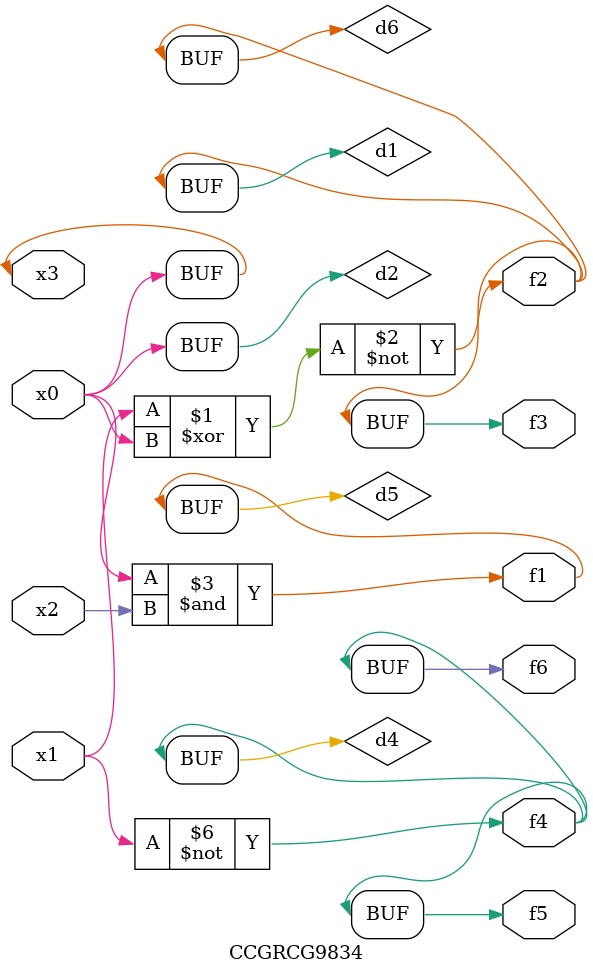
<source format=v>
module CCGRCG9834(
	input x0, x1, x2, x3,
	output f1, f2, f3, f4, f5, f6
);

	wire d1, d2, d3, d4, d5, d6;

	xnor (d1, x1, x3);
	buf (d2, x0, x3);
	nand (d3, x0, x2);
	not (d4, x1);
	nand (d5, d3);
	or (d6, d1);
	assign f1 = d5;
	assign f2 = d6;
	assign f3 = d6;
	assign f4 = d4;
	assign f5 = d4;
	assign f6 = d4;
endmodule

</source>
